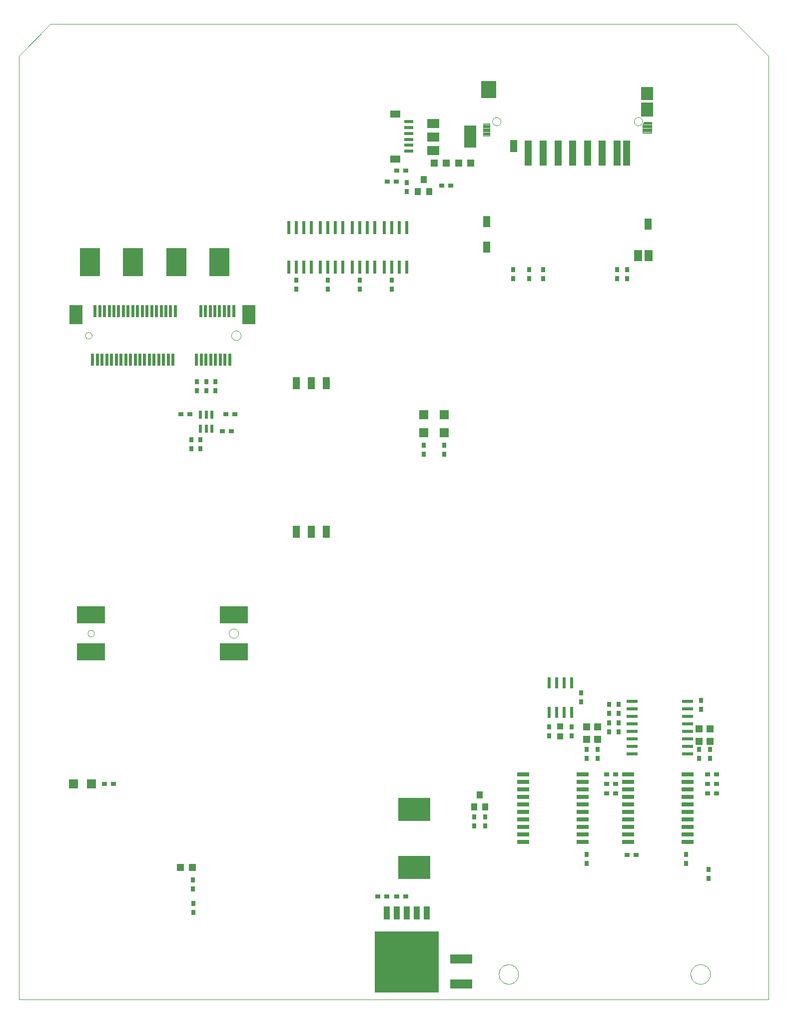
<source format=gtp>
G75*
G70*
%OFA0B0*%
%FSLAX24Y24*%
%IPPOS*%
%LPD*%
%AMOC8*
5,1,8,0,0,1.08239X$1,22.5*
%
%ADD10C,0.0000*%
%ADD11R,0.0827X0.0866*%
%ADD12R,0.0827X0.0945*%
%ADD13R,0.1024X0.1142*%
%ADD14R,0.0512X0.0748*%
%ADD15R,0.0551X0.0768*%
%ADD16R,0.0472X0.1693*%
%ADD17R,0.0472X0.0787*%
%ADD18C,0.0040*%
%ADD19R,0.0315X0.0354*%
%ADD20R,0.0472X0.0512*%
%ADD21R,0.4252X0.4098*%
%ADD22R,0.0420X0.0850*%
%ADD23R,0.0354X0.0315*%
%ADD24R,0.2126X0.1575*%
%ADD25R,0.0906X0.1260*%
%ADD26R,0.0236X0.0787*%
%ADD27R,0.1890X0.1181*%
%ADD28R,0.0220X0.0520*%
%ADD29R,0.0394X0.0433*%
%ADD30R,0.0210X0.0780*%
%ADD31R,0.0780X0.0210*%
%ADD32R,0.0800X0.0260*%
%ADD33R,0.0472X0.0472*%
%ADD34R,0.0394X0.0500*%
%ADD35R,0.0591X0.0591*%
%ADD36R,0.1457X0.0591*%
%ADD37R,0.0240X0.0870*%
%ADD38R,0.0709X0.0472*%
%ADD39R,0.0610X0.0236*%
%ADD40R,0.0790X0.0590*%
%ADD41R,0.0790X0.1500*%
%ADD42R,0.1339X0.1850*%
D10*
X000100Y000160D02*
X050100Y000160D01*
X050100Y063035D01*
X047975Y065160D01*
X002225Y065160D01*
X000100Y063035D01*
X000100Y000160D01*
X004698Y024567D02*
X004700Y024596D01*
X004706Y024624D01*
X004715Y024652D01*
X004728Y024678D01*
X004745Y024701D01*
X004764Y024723D01*
X004786Y024742D01*
X004811Y024757D01*
X004837Y024770D01*
X004865Y024778D01*
X004893Y024783D01*
X004922Y024784D01*
X004951Y024781D01*
X004979Y024774D01*
X005006Y024764D01*
X005032Y024750D01*
X005055Y024733D01*
X005076Y024713D01*
X005094Y024690D01*
X005109Y024665D01*
X005120Y024638D01*
X005128Y024610D01*
X005132Y024581D01*
X005132Y024553D01*
X005128Y024524D01*
X005120Y024496D01*
X005109Y024469D01*
X005094Y024444D01*
X005076Y024421D01*
X005055Y024401D01*
X005032Y024384D01*
X005006Y024370D01*
X004979Y024360D01*
X004951Y024353D01*
X004922Y024350D01*
X004893Y024351D01*
X004865Y024356D01*
X004837Y024364D01*
X004811Y024377D01*
X004786Y024392D01*
X004764Y024411D01*
X004745Y024433D01*
X004728Y024456D01*
X004715Y024482D01*
X004706Y024510D01*
X004700Y024538D01*
X004698Y024567D01*
X014128Y024567D02*
X014130Y024602D01*
X014136Y024637D01*
X014146Y024671D01*
X014159Y024704D01*
X014176Y024735D01*
X014197Y024763D01*
X014220Y024790D01*
X014247Y024813D01*
X014275Y024834D01*
X014306Y024851D01*
X014339Y024864D01*
X014373Y024874D01*
X014408Y024880D01*
X014443Y024882D01*
X014478Y024880D01*
X014513Y024874D01*
X014547Y024864D01*
X014580Y024851D01*
X014611Y024834D01*
X014639Y024813D01*
X014666Y024790D01*
X014689Y024763D01*
X014710Y024735D01*
X014727Y024704D01*
X014740Y024671D01*
X014750Y024637D01*
X014756Y024602D01*
X014758Y024567D01*
X014756Y024532D01*
X014750Y024497D01*
X014740Y024463D01*
X014727Y024430D01*
X014710Y024399D01*
X014689Y024371D01*
X014666Y024344D01*
X014639Y024321D01*
X014611Y024300D01*
X014580Y024283D01*
X014547Y024270D01*
X014513Y024260D01*
X014478Y024254D01*
X014443Y024252D01*
X014408Y024254D01*
X014373Y024260D01*
X014339Y024270D01*
X014306Y024283D01*
X014275Y024300D01*
X014247Y024321D01*
X014220Y024344D01*
X014197Y024371D01*
X014176Y024399D01*
X014159Y024430D01*
X014146Y024463D01*
X014136Y024497D01*
X014130Y024532D01*
X014128Y024567D01*
X014285Y044410D02*
X014287Y044445D01*
X014293Y044480D01*
X014303Y044514D01*
X014316Y044547D01*
X014333Y044578D01*
X014354Y044606D01*
X014377Y044633D01*
X014404Y044656D01*
X014432Y044677D01*
X014463Y044694D01*
X014496Y044707D01*
X014530Y044717D01*
X014565Y044723D01*
X014600Y044725D01*
X014635Y044723D01*
X014670Y044717D01*
X014704Y044707D01*
X014737Y044694D01*
X014768Y044677D01*
X014796Y044656D01*
X014823Y044633D01*
X014846Y044606D01*
X014867Y044578D01*
X014884Y044547D01*
X014897Y044514D01*
X014907Y044480D01*
X014913Y044445D01*
X014915Y044410D01*
X014913Y044375D01*
X014907Y044340D01*
X014897Y044306D01*
X014884Y044273D01*
X014867Y044242D01*
X014846Y044214D01*
X014823Y044187D01*
X014796Y044164D01*
X014768Y044143D01*
X014737Y044126D01*
X014704Y044113D01*
X014670Y044103D01*
X014635Y044097D01*
X014600Y044095D01*
X014565Y044097D01*
X014530Y044103D01*
X014496Y044113D01*
X014463Y044126D01*
X014432Y044143D01*
X014404Y044164D01*
X014377Y044187D01*
X014354Y044214D01*
X014333Y044242D01*
X014316Y044273D01*
X014303Y044306D01*
X014293Y044340D01*
X014287Y044375D01*
X014285Y044410D01*
X004540Y044410D02*
X004542Y044439D01*
X004548Y044467D01*
X004557Y044495D01*
X004570Y044521D01*
X004587Y044544D01*
X004606Y044566D01*
X004628Y044585D01*
X004653Y044600D01*
X004679Y044613D01*
X004707Y044621D01*
X004735Y044626D01*
X004764Y044627D01*
X004793Y044624D01*
X004821Y044617D01*
X004848Y044607D01*
X004874Y044593D01*
X004897Y044576D01*
X004918Y044556D01*
X004936Y044533D01*
X004951Y044508D01*
X004962Y044481D01*
X004970Y044453D01*
X004974Y044424D01*
X004974Y044396D01*
X004970Y044367D01*
X004962Y044339D01*
X004951Y044312D01*
X004936Y044287D01*
X004918Y044264D01*
X004897Y044244D01*
X004874Y044227D01*
X004848Y044213D01*
X004821Y044203D01*
X004793Y044196D01*
X004764Y044193D01*
X004735Y044194D01*
X004707Y044199D01*
X004679Y044207D01*
X004653Y044220D01*
X004628Y044235D01*
X004606Y044254D01*
X004587Y044276D01*
X004570Y044299D01*
X004557Y044325D01*
X004548Y044353D01*
X004542Y044381D01*
X004540Y044410D01*
X031697Y058680D02*
X031699Y058713D01*
X031705Y058745D01*
X031714Y058776D01*
X031727Y058806D01*
X031744Y058834D01*
X031764Y058860D01*
X031787Y058884D01*
X031812Y058904D01*
X031840Y058922D01*
X031869Y058936D01*
X031900Y058946D01*
X031932Y058953D01*
X031965Y058956D01*
X031998Y058955D01*
X032030Y058950D01*
X032061Y058941D01*
X032092Y058929D01*
X032120Y058913D01*
X032147Y058894D01*
X032171Y058872D01*
X032192Y058847D01*
X032211Y058820D01*
X032226Y058791D01*
X032237Y058761D01*
X032245Y058729D01*
X032249Y058696D01*
X032249Y058664D01*
X032245Y058631D01*
X032237Y058599D01*
X032226Y058569D01*
X032211Y058540D01*
X032192Y058513D01*
X032171Y058488D01*
X032147Y058466D01*
X032120Y058447D01*
X032092Y058431D01*
X032061Y058419D01*
X032030Y058410D01*
X031998Y058405D01*
X031965Y058404D01*
X031932Y058407D01*
X031900Y058414D01*
X031869Y058424D01*
X031840Y058438D01*
X031812Y058456D01*
X031787Y058476D01*
X031764Y058500D01*
X031744Y058526D01*
X031727Y058554D01*
X031714Y058584D01*
X031705Y058615D01*
X031699Y058647D01*
X031697Y058680D01*
X041146Y058680D02*
X041148Y058713D01*
X041154Y058745D01*
X041163Y058776D01*
X041176Y058806D01*
X041193Y058834D01*
X041213Y058860D01*
X041236Y058884D01*
X041261Y058904D01*
X041289Y058922D01*
X041318Y058936D01*
X041349Y058946D01*
X041381Y058953D01*
X041414Y058956D01*
X041447Y058955D01*
X041479Y058950D01*
X041510Y058941D01*
X041541Y058929D01*
X041569Y058913D01*
X041596Y058894D01*
X041620Y058872D01*
X041641Y058847D01*
X041660Y058820D01*
X041675Y058791D01*
X041686Y058761D01*
X041694Y058729D01*
X041698Y058696D01*
X041698Y058664D01*
X041694Y058631D01*
X041686Y058599D01*
X041675Y058569D01*
X041660Y058540D01*
X041641Y058513D01*
X041620Y058488D01*
X041596Y058466D01*
X041569Y058447D01*
X041541Y058431D01*
X041510Y058419D01*
X041479Y058410D01*
X041447Y058405D01*
X041414Y058404D01*
X041381Y058407D01*
X041349Y058414D01*
X041318Y058424D01*
X041289Y058438D01*
X041261Y058456D01*
X041236Y058476D01*
X041213Y058500D01*
X041193Y058526D01*
X041176Y058554D01*
X041163Y058584D01*
X041154Y058615D01*
X041148Y058647D01*
X041146Y058680D01*
X044925Y001852D02*
X044927Y001902D01*
X044933Y001952D01*
X044943Y002002D01*
X044956Y002050D01*
X044973Y002098D01*
X044994Y002144D01*
X045018Y002188D01*
X045046Y002230D01*
X045077Y002270D01*
X045111Y002307D01*
X045148Y002342D01*
X045187Y002373D01*
X045228Y002402D01*
X045272Y002427D01*
X045318Y002449D01*
X045365Y002467D01*
X045413Y002481D01*
X045462Y002492D01*
X045512Y002499D01*
X045562Y002502D01*
X045613Y002501D01*
X045663Y002496D01*
X045713Y002487D01*
X045761Y002475D01*
X045809Y002458D01*
X045855Y002438D01*
X045900Y002415D01*
X045943Y002388D01*
X045983Y002358D01*
X046021Y002325D01*
X046056Y002289D01*
X046089Y002250D01*
X046118Y002209D01*
X046144Y002166D01*
X046167Y002121D01*
X046186Y002074D01*
X046201Y002026D01*
X046213Y001977D01*
X046221Y001927D01*
X046225Y001877D01*
X046225Y001827D01*
X046221Y001777D01*
X046213Y001727D01*
X046201Y001678D01*
X046186Y001630D01*
X046167Y001583D01*
X046144Y001538D01*
X046118Y001495D01*
X046089Y001454D01*
X046056Y001415D01*
X046021Y001379D01*
X045983Y001346D01*
X045943Y001316D01*
X045900Y001289D01*
X045855Y001266D01*
X045809Y001246D01*
X045761Y001229D01*
X045713Y001217D01*
X045663Y001208D01*
X045613Y001203D01*
X045562Y001202D01*
X045512Y001205D01*
X045462Y001212D01*
X045413Y001223D01*
X045365Y001237D01*
X045318Y001255D01*
X045272Y001277D01*
X045228Y001302D01*
X045187Y001331D01*
X045148Y001362D01*
X045111Y001397D01*
X045077Y001434D01*
X045046Y001474D01*
X045018Y001516D01*
X044994Y001560D01*
X044973Y001606D01*
X044956Y001654D01*
X044943Y001702D01*
X044933Y001752D01*
X044927Y001802D01*
X044925Y001852D01*
X032130Y001852D02*
X032132Y001902D01*
X032138Y001952D01*
X032148Y002002D01*
X032161Y002050D01*
X032178Y002098D01*
X032199Y002144D01*
X032223Y002188D01*
X032251Y002230D01*
X032282Y002270D01*
X032316Y002307D01*
X032353Y002342D01*
X032392Y002373D01*
X032433Y002402D01*
X032477Y002427D01*
X032523Y002449D01*
X032570Y002467D01*
X032618Y002481D01*
X032667Y002492D01*
X032717Y002499D01*
X032767Y002502D01*
X032818Y002501D01*
X032868Y002496D01*
X032918Y002487D01*
X032966Y002475D01*
X033014Y002458D01*
X033060Y002438D01*
X033105Y002415D01*
X033148Y002388D01*
X033188Y002358D01*
X033226Y002325D01*
X033261Y002289D01*
X033294Y002250D01*
X033323Y002209D01*
X033349Y002166D01*
X033372Y002121D01*
X033391Y002074D01*
X033406Y002026D01*
X033418Y001977D01*
X033426Y001927D01*
X033430Y001877D01*
X033430Y001827D01*
X033426Y001777D01*
X033418Y001727D01*
X033406Y001678D01*
X033391Y001630D01*
X033372Y001583D01*
X033349Y001538D01*
X033323Y001495D01*
X033294Y001454D01*
X033261Y001415D01*
X033226Y001379D01*
X033188Y001346D01*
X033148Y001316D01*
X033105Y001289D01*
X033060Y001266D01*
X033014Y001246D01*
X032966Y001229D01*
X032918Y001217D01*
X032868Y001208D01*
X032818Y001203D01*
X032767Y001202D01*
X032717Y001205D01*
X032667Y001212D01*
X032618Y001223D01*
X032570Y001237D01*
X032523Y001255D01*
X032477Y001277D01*
X032433Y001302D01*
X032392Y001331D01*
X032353Y001362D01*
X032316Y001397D01*
X032282Y001434D01*
X032251Y001474D01*
X032223Y001516D01*
X032199Y001560D01*
X032178Y001606D01*
X032161Y001654D01*
X032148Y001702D01*
X032138Y001752D01*
X032132Y001802D01*
X032130Y001852D01*
D11*
X042012Y060550D03*
D12*
X042012Y059467D03*
D13*
X031461Y060786D03*
D14*
X031303Y052007D03*
X031303Y050294D03*
X042091Y051830D03*
D15*
X042130Y049743D03*
X041422Y049743D03*
D16*
X040644Y056584D03*
X040004Y056584D03*
X039020Y056584D03*
X038036Y056584D03*
X037051Y056584D03*
X036067Y056584D03*
X035083Y056584D03*
X034099Y056584D03*
D17*
X033114Y057036D03*
X020600Y041250D03*
X019600Y041250D03*
X018600Y041250D03*
X018600Y031320D03*
X019600Y031320D03*
X020600Y031320D03*
D18*
X031088Y057696D02*
X031088Y058522D01*
X031519Y058522D01*
X031519Y057696D01*
X031088Y057696D01*
X031088Y057718D02*
X031519Y057718D01*
X031519Y057756D02*
X031088Y057756D01*
X031088Y057795D02*
X031519Y057795D01*
X031519Y057833D02*
X031088Y057833D01*
X031088Y057872D02*
X031519Y057872D01*
X031519Y057910D02*
X031088Y057910D01*
X031088Y057949D02*
X031519Y057949D01*
X031519Y057987D02*
X031088Y057987D01*
X031088Y058026D02*
X031519Y058026D01*
X031519Y058064D02*
X031088Y058064D01*
X031088Y058103D02*
X031519Y058103D01*
X031519Y058141D02*
X031088Y058141D01*
X031088Y058180D02*
X031519Y058180D01*
X031519Y058218D02*
X031088Y058218D01*
X031088Y058257D02*
X031519Y058257D01*
X031519Y058295D02*
X031088Y058295D01*
X031088Y058334D02*
X031519Y058334D01*
X031519Y058372D02*
X031088Y058372D01*
X031088Y058411D02*
X031519Y058411D01*
X031519Y058449D02*
X031088Y058449D01*
X031088Y058488D02*
X031519Y058488D01*
X041719Y058427D02*
X041719Y057896D01*
X042328Y057896D01*
X042328Y058643D01*
X041798Y058643D01*
X041798Y058574D01*
X041719Y058427D01*
X041719Y058411D02*
X042328Y058411D01*
X042328Y058449D02*
X041731Y058449D01*
X041752Y058488D02*
X042328Y058488D01*
X042328Y058526D02*
X041772Y058526D01*
X041793Y058565D02*
X042328Y058565D01*
X042328Y058603D02*
X041798Y058603D01*
X041798Y058642D02*
X042328Y058642D01*
X042328Y058372D02*
X041719Y058372D01*
X041719Y058334D02*
X042328Y058334D01*
X042328Y058295D02*
X041719Y058295D01*
X041719Y058257D02*
X042328Y058257D01*
X042328Y058218D02*
X041719Y058218D01*
X041719Y058180D02*
X042328Y058180D01*
X042328Y058141D02*
X041719Y058141D01*
X041719Y058103D02*
X042328Y058103D01*
X042328Y058064D02*
X041719Y058064D01*
X041719Y058026D02*
X042328Y058026D01*
X042328Y057987D02*
X041719Y057987D01*
X041719Y057949D02*
X042328Y057949D01*
X042328Y057910D02*
X041719Y057910D01*
D19*
X040698Y048809D03*
X040698Y048209D03*
X040017Y048209D03*
X040017Y048809D03*
X035086Y048809D03*
X035086Y048209D03*
X034155Y048209D03*
X034155Y048809D03*
X033099Y048809D03*
X033099Y048209D03*
X025975Y053985D03*
X025975Y054585D03*
X024975Y048085D03*
X024975Y047485D03*
X022850Y047485D03*
X022850Y048085D03*
X020725Y048085D03*
X020725Y047485D03*
X018600Y047485D03*
X018600Y048085D03*
X013225Y041335D03*
X013225Y040735D03*
X012600Y040735D03*
X012600Y041335D03*
X011975Y041335D03*
X011975Y040735D03*
X012225Y037460D03*
X012225Y036860D03*
X011600Y036860D03*
X011600Y037460D03*
X027100Y037085D03*
X027100Y036485D03*
X028475Y036485D03*
X028475Y037085D03*
X037600Y020585D03*
X037600Y019985D03*
X036975Y018335D03*
X036975Y017735D03*
X037975Y016835D03*
X037975Y016235D03*
X038725Y016235D03*
X038725Y016835D03*
X039475Y017985D03*
X039475Y018585D03*
X040100Y018585D03*
X040100Y017985D03*
X040100Y019235D03*
X040100Y019835D03*
X039475Y019835D03*
X039475Y019235D03*
X035475Y018335D03*
X035475Y017735D03*
X031225Y012335D03*
X031225Y011735D03*
X030475Y011735D03*
X030475Y012335D03*
X037975Y009835D03*
X037975Y009235D03*
X044600Y009235D03*
X044600Y009835D03*
X046100Y008835D03*
X046100Y008235D03*
X046225Y016235D03*
X046225Y016835D03*
X045475Y016835D03*
X045475Y016235D03*
X045600Y019485D03*
X045600Y020085D03*
X011723Y008130D03*
X011723Y007530D03*
X011737Y006566D03*
X011737Y005966D03*
D20*
X011687Y008979D03*
X010887Y008979D03*
X027825Y055910D03*
X028625Y055910D03*
X029450Y055910D03*
X030250Y055910D03*
D21*
X025975Y002660D03*
D22*
X025975Y005940D03*
X026645Y005940D03*
X027315Y005940D03*
X025305Y005940D03*
X024635Y005940D03*
D23*
X024650Y007035D03*
X024050Y007035D03*
X025300Y007035D03*
X025900Y007035D03*
X039300Y013910D03*
X039900Y013910D03*
X039900Y014535D03*
X039300Y014535D03*
X039300Y015160D03*
X039900Y015160D03*
X040675Y009785D03*
X041275Y009785D03*
X046050Y013910D03*
X046650Y013910D03*
X046650Y014535D03*
X046050Y014535D03*
X046050Y015160D03*
X046650Y015160D03*
X028900Y054410D03*
X028300Y054410D03*
X025900Y055410D03*
X025300Y055410D03*
X025275Y054660D03*
X024675Y054660D03*
X014525Y039160D03*
X013925Y039160D03*
X013675Y038035D03*
X014275Y038035D03*
X011525Y039160D03*
X010925Y039160D03*
X006400Y014535D03*
X005800Y014535D03*
D24*
X026475Y012839D03*
X026475Y008981D03*
D25*
X015466Y045788D03*
X003911Y045788D03*
D26*
X005191Y046024D03*
X005506Y046024D03*
X005820Y046024D03*
X006135Y046024D03*
X006450Y046024D03*
X006765Y046024D03*
X007080Y046024D03*
X007395Y046024D03*
X007710Y046024D03*
X008025Y046024D03*
X008340Y046024D03*
X008655Y046024D03*
X008970Y046024D03*
X009285Y046024D03*
X009600Y046024D03*
X009915Y046024D03*
X010230Y046024D03*
X010545Y046024D03*
X012238Y046024D03*
X012553Y046024D03*
X012868Y046024D03*
X013183Y046024D03*
X013498Y046024D03*
X013813Y046024D03*
X014128Y046024D03*
X014443Y046024D03*
X014167Y042796D03*
X013852Y042796D03*
X013537Y042796D03*
X013222Y042796D03*
X012907Y042796D03*
X012592Y042796D03*
X012277Y042796D03*
X011962Y042796D03*
X010387Y042796D03*
X010072Y042796D03*
X009757Y042796D03*
X009443Y042796D03*
X009128Y042796D03*
X008813Y042796D03*
X008498Y042796D03*
X008183Y042796D03*
X007868Y042796D03*
X007553Y042796D03*
X007238Y042796D03*
X006923Y042796D03*
X006608Y042796D03*
X006293Y042796D03*
X005978Y042796D03*
X005663Y042796D03*
X005348Y042796D03*
X005033Y042796D03*
D27*
X004915Y025808D03*
X004915Y023327D03*
X014443Y023327D03*
X014443Y025808D03*
D28*
X012970Y038200D03*
X012600Y038200D03*
X012230Y038200D03*
X012230Y039120D03*
X012600Y039120D03*
X012970Y039120D03*
D29*
X036225Y018370D03*
X036225Y017700D03*
D30*
X035975Y019315D03*
X035475Y019315D03*
X036475Y019315D03*
X036975Y019315D03*
X036975Y021255D03*
X036475Y021255D03*
X035975Y021255D03*
X035475Y021255D03*
D31*
X041000Y020035D03*
X041000Y019535D03*
X041000Y019035D03*
X041000Y018535D03*
X041000Y018035D03*
X041000Y017535D03*
X041000Y017035D03*
X041000Y016535D03*
X044700Y016535D03*
X044700Y017035D03*
X044700Y017535D03*
X044700Y018035D03*
X044700Y018535D03*
X044700Y019035D03*
X044700Y019535D03*
X044700Y020035D03*
D32*
X044705Y015160D03*
X044705Y014660D03*
X044705Y014160D03*
X044705Y013660D03*
X044705Y013160D03*
X044705Y012660D03*
X044705Y012160D03*
X044705Y011660D03*
X044705Y011160D03*
X044705Y010660D03*
X040745Y010660D03*
X040745Y011160D03*
X040745Y011660D03*
X040745Y012160D03*
X040745Y012660D03*
X040745Y013160D03*
X040745Y013660D03*
X040745Y014160D03*
X040745Y014660D03*
X040745Y015160D03*
X037705Y015160D03*
X037705Y014660D03*
X037705Y014160D03*
X037705Y013660D03*
X037705Y013160D03*
X037705Y012660D03*
X037705Y012160D03*
X037705Y011660D03*
X037705Y011160D03*
X037705Y010660D03*
X033745Y010660D03*
X033745Y011160D03*
X033745Y011660D03*
X033745Y012160D03*
X033745Y012660D03*
X033745Y013160D03*
X033745Y013660D03*
X033745Y014160D03*
X033745Y014660D03*
X033745Y015160D03*
D33*
X037975Y017497D03*
X038725Y017497D03*
X038725Y018323D03*
X037975Y018323D03*
X045475Y018198D03*
X046225Y018198D03*
X046225Y017372D03*
X045475Y017372D03*
D34*
X031224Y013016D03*
X030476Y013016D03*
X030850Y013804D03*
X027474Y054016D03*
X027100Y054804D03*
X026726Y054016D03*
D35*
X027100Y039124D03*
X027100Y037946D03*
X028475Y037946D03*
X028475Y039124D03*
X004939Y014535D03*
X003761Y014535D03*
D36*
X029600Y002862D03*
X029600Y001208D03*
D37*
X025975Y048965D03*
X025475Y048965D03*
X024975Y048965D03*
X024475Y048965D03*
X023850Y048965D03*
X023350Y048965D03*
X022850Y048965D03*
X022350Y048965D03*
X021725Y048965D03*
X021225Y048965D03*
X020725Y048965D03*
X020225Y048965D03*
X019600Y048965D03*
X019100Y048965D03*
X018600Y048965D03*
X018100Y048965D03*
X018100Y051615D03*
X018600Y051615D03*
X019100Y051615D03*
X019600Y051615D03*
X020225Y051615D03*
X020725Y051615D03*
X021225Y051615D03*
X021725Y051615D03*
X022350Y051615D03*
X022850Y051615D03*
X023350Y051615D03*
X023850Y051615D03*
X024475Y051615D03*
X024975Y051615D03*
X025475Y051615D03*
X025975Y051615D03*
D38*
X025224Y056180D03*
X025224Y059172D03*
D39*
X026100Y058660D03*
X026100Y058266D03*
X026100Y057873D03*
X026100Y057479D03*
X026100Y057085D03*
X026100Y056691D03*
D40*
X027735Y056750D03*
X027735Y057650D03*
X027735Y058550D03*
D41*
X030215Y057660D03*
D42*
X013475Y049285D03*
X010600Y049285D03*
X007725Y049285D03*
X004850Y049285D03*
M02*

</source>
